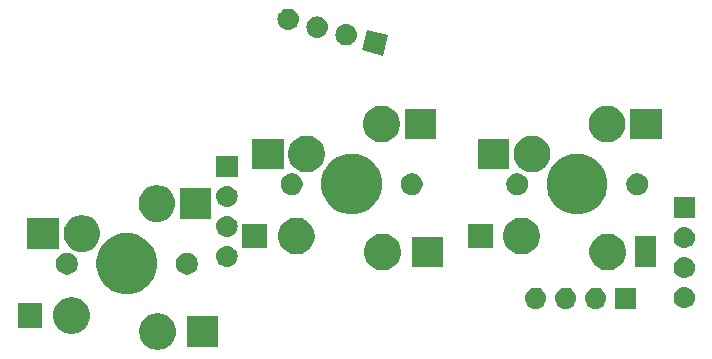
<source format=gbr>
G04 #@! TF.GenerationSoftware,KiCad,Pcbnew,(5.1.4)-1*
G04 #@! TF.CreationDate,2023-09-09T05:29:41-04:00*
G04 #@! TF.ProjectId,ThumbsUp,5468756d-6273-4557-902e-6b696361645f,rev?*
G04 #@! TF.SameCoordinates,Original*
G04 #@! TF.FileFunction,Soldermask,Bot*
G04 #@! TF.FilePolarity,Negative*
%FSLAX46Y46*%
G04 Gerber Fmt 4.6, Leading zero omitted, Abs format (unit mm)*
G04 Created by KiCad (PCBNEW (5.1.4)-1) date 2023-09-09 05:29:41*
%MOMM*%
%LPD*%
G04 APERTURE LIST*
%ADD10C,0.100000*%
G04 APERTURE END LIST*
D10*
G36*
X-74447415Y-467338802D02*
G01*
X-74297590Y-467368604D01*
X-74015326Y-467485521D01*
X-73761295Y-467655259D01*
X-73545259Y-467871295D01*
X-73375521Y-468125326D01*
X-73326087Y-468244672D01*
X-73258604Y-468407591D01*
X-73199000Y-468707239D01*
X-73199000Y-469012761D01*
X-73228802Y-469162585D01*
X-73258604Y-469312410D01*
X-73375521Y-469594674D01*
X-73545259Y-469848705D01*
X-73761295Y-470064741D01*
X-74015326Y-470234479D01*
X-74297590Y-470351396D01*
X-74447415Y-470381198D01*
X-74597239Y-470411000D01*
X-74902761Y-470411000D01*
X-75052585Y-470381198D01*
X-75202410Y-470351396D01*
X-75484674Y-470234479D01*
X-75738705Y-470064741D01*
X-75954741Y-469848705D01*
X-76124479Y-469594674D01*
X-76241396Y-469312410D01*
X-76271198Y-469162585D01*
X-76301000Y-469012761D01*
X-76301000Y-468707239D01*
X-76241396Y-468407591D01*
X-76173913Y-468244672D01*
X-76124479Y-468125326D01*
X-75954741Y-467871295D01*
X-75738705Y-467655259D01*
X-75484674Y-467485521D01*
X-75202410Y-467368604D01*
X-75052585Y-467338802D01*
X-74902761Y-467309000D01*
X-74597239Y-467309000D01*
X-74447415Y-467338802D01*
X-74447415Y-467338802D01*
G37*
G36*
X-69624000Y-470161000D02*
G01*
X-72276000Y-470161000D01*
X-72276000Y-467559000D01*
X-69624000Y-467559000D01*
X-69624000Y-470161000D01*
X-69624000Y-470161000D01*
G37*
G36*
X-81773703Y-465983573D02*
G01*
X-81597590Y-466018604D01*
X-81315326Y-466135521D01*
X-81061295Y-466305259D01*
X-80845259Y-466521295D01*
X-80675521Y-466775326D01*
X-80558604Y-467057590D01*
X-80558604Y-467057591D01*
X-80508595Y-467309000D01*
X-80499000Y-467357240D01*
X-80499000Y-467662760D01*
X-80558604Y-467962410D01*
X-80675521Y-468244674D01*
X-80845259Y-468498705D01*
X-81061295Y-468714741D01*
X-81315326Y-468884479D01*
X-81597590Y-469001396D01*
X-81654721Y-469012760D01*
X-81897239Y-469061000D01*
X-82202761Y-469061000D01*
X-82445279Y-469012760D01*
X-82502410Y-469001396D01*
X-82784674Y-468884479D01*
X-83038705Y-468714741D01*
X-83254741Y-468498705D01*
X-83424479Y-468244674D01*
X-83541396Y-467962410D01*
X-83601000Y-467662760D01*
X-83601000Y-467357240D01*
X-83591404Y-467309000D01*
X-83541396Y-467057591D01*
X-83541396Y-467057590D01*
X-83424479Y-466775326D01*
X-83254741Y-466521295D01*
X-83038705Y-466305259D01*
X-82784674Y-466135521D01*
X-82502410Y-466018604D01*
X-82326297Y-465983573D01*
X-82202761Y-465959000D01*
X-81897239Y-465959000D01*
X-81773703Y-465983573D01*
X-81773703Y-465983573D01*
G37*
G36*
X-84499000Y-468561000D02*
G01*
X-86601000Y-468561000D01*
X-86601000Y-466459000D01*
X-84499000Y-466459000D01*
X-84499000Y-468561000D01*
X-84499000Y-468561000D01*
G37*
G36*
X-34222868Y-466952045D02*
G01*
X-36024868Y-466952045D01*
X-36024868Y-465150045D01*
X-34222868Y-465150045D01*
X-34222868Y-466952045D01*
X-34222868Y-466952045D01*
G37*
G36*
X-37553426Y-465156563D02*
G01*
X-37487241Y-465163082D01*
X-37317402Y-465214602D01*
X-37160877Y-465298267D01*
X-37125139Y-465327597D01*
X-37023682Y-465410859D01*
X-36940420Y-465512316D01*
X-36911090Y-465548054D01*
X-36827425Y-465704579D01*
X-36775905Y-465874418D01*
X-36758509Y-466051045D01*
X-36775905Y-466227672D01*
X-36827425Y-466397511D01*
X-36911090Y-466554036D01*
X-36940420Y-466589774D01*
X-37023682Y-466691231D01*
X-37125139Y-466774493D01*
X-37160877Y-466803823D01*
X-37317402Y-466887488D01*
X-37487241Y-466939008D01*
X-37553426Y-466945527D01*
X-37619608Y-466952045D01*
X-37708128Y-466952045D01*
X-37774310Y-466945527D01*
X-37840495Y-466939008D01*
X-38010334Y-466887488D01*
X-38166859Y-466803823D01*
X-38202597Y-466774493D01*
X-38304054Y-466691231D01*
X-38387316Y-466589774D01*
X-38416646Y-466554036D01*
X-38500311Y-466397511D01*
X-38551831Y-466227672D01*
X-38569227Y-466051045D01*
X-38551831Y-465874418D01*
X-38500311Y-465704579D01*
X-38416646Y-465548054D01*
X-38387316Y-465512316D01*
X-38304054Y-465410859D01*
X-38202597Y-465327597D01*
X-38166859Y-465298267D01*
X-38010334Y-465214602D01*
X-37840495Y-465163082D01*
X-37774310Y-465156563D01*
X-37708128Y-465150045D01*
X-37619608Y-465150045D01*
X-37553426Y-465156563D01*
X-37553426Y-465156563D01*
G37*
G36*
X-40093426Y-465156563D02*
G01*
X-40027241Y-465163082D01*
X-39857402Y-465214602D01*
X-39700877Y-465298267D01*
X-39665139Y-465327597D01*
X-39563682Y-465410859D01*
X-39480420Y-465512316D01*
X-39451090Y-465548054D01*
X-39367425Y-465704579D01*
X-39315905Y-465874418D01*
X-39298509Y-466051045D01*
X-39315905Y-466227672D01*
X-39367425Y-466397511D01*
X-39451090Y-466554036D01*
X-39480420Y-466589774D01*
X-39563682Y-466691231D01*
X-39665139Y-466774493D01*
X-39700877Y-466803823D01*
X-39857402Y-466887488D01*
X-40027241Y-466939008D01*
X-40093426Y-466945527D01*
X-40159608Y-466952045D01*
X-40248128Y-466952045D01*
X-40314310Y-466945527D01*
X-40380495Y-466939008D01*
X-40550334Y-466887488D01*
X-40706859Y-466803823D01*
X-40742597Y-466774493D01*
X-40844054Y-466691231D01*
X-40927316Y-466589774D01*
X-40956646Y-466554036D01*
X-41040311Y-466397511D01*
X-41091831Y-466227672D01*
X-41109227Y-466051045D01*
X-41091831Y-465874418D01*
X-41040311Y-465704579D01*
X-40956646Y-465548054D01*
X-40927316Y-465512316D01*
X-40844054Y-465410859D01*
X-40742597Y-465327597D01*
X-40706859Y-465298267D01*
X-40550334Y-465214602D01*
X-40380495Y-465163082D01*
X-40314310Y-465156563D01*
X-40248128Y-465150045D01*
X-40159608Y-465150045D01*
X-40093426Y-465156563D01*
X-40093426Y-465156563D01*
G37*
G36*
X-42633426Y-465156563D02*
G01*
X-42567241Y-465163082D01*
X-42397402Y-465214602D01*
X-42240877Y-465298267D01*
X-42205139Y-465327597D01*
X-42103682Y-465410859D01*
X-42020420Y-465512316D01*
X-41991090Y-465548054D01*
X-41907425Y-465704579D01*
X-41855905Y-465874418D01*
X-41838509Y-466051045D01*
X-41855905Y-466227672D01*
X-41907425Y-466397511D01*
X-41991090Y-466554036D01*
X-42020420Y-466589774D01*
X-42103682Y-466691231D01*
X-42205139Y-466774493D01*
X-42240877Y-466803823D01*
X-42397402Y-466887488D01*
X-42567241Y-466939008D01*
X-42633426Y-466945527D01*
X-42699608Y-466952045D01*
X-42788128Y-466952045D01*
X-42854310Y-466945527D01*
X-42920495Y-466939008D01*
X-43090334Y-466887488D01*
X-43246859Y-466803823D01*
X-43282597Y-466774493D01*
X-43384054Y-466691231D01*
X-43467316Y-466589774D01*
X-43496646Y-466554036D01*
X-43580311Y-466397511D01*
X-43631831Y-466227672D01*
X-43649227Y-466051045D01*
X-43631831Y-465874418D01*
X-43580311Y-465704579D01*
X-43496646Y-465548054D01*
X-43467316Y-465512316D01*
X-43384054Y-465410859D01*
X-43282597Y-465327597D01*
X-43246859Y-465298267D01*
X-43090334Y-465214602D01*
X-42920495Y-465163082D01*
X-42854310Y-465156563D01*
X-42788128Y-465150045D01*
X-42699608Y-465150045D01*
X-42633426Y-465156563D01*
X-42633426Y-465156563D01*
G37*
G36*
X-30042571Y-465089091D02*
G01*
X-29976386Y-465095610D01*
X-29806547Y-465147130D01*
X-29650022Y-465230795D01*
X-29614284Y-465260125D01*
X-29512827Y-465343387D01*
X-29429565Y-465444844D01*
X-29400235Y-465480582D01*
X-29316570Y-465637107D01*
X-29265050Y-465806946D01*
X-29247654Y-465983573D01*
X-29265050Y-466160200D01*
X-29316570Y-466330039D01*
X-29400235Y-466486564D01*
X-29428738Y-466521295D01*
X-29512827Y-466623759D01*
X-29614284Y-466707021D01*
X-29650022Y-466736351D01*
X-29806547Y-466820016D01*
X-29976386Y-466871536D01*
X-30042570Y-466878054D01*
X-30108753Y-466884573D01*
X-30197273Y-466884573D01*
X-30263456Y-466878054D01*
X-30329640Y-466871536D01*
X-30499479Y-466820016D01*
X-30656004Y-466736351D01*
X-30691742Y-466707021D01*
X-30793199Y-466623759D01*
X-30877288Y-466521295D01*
X-30905791Y-466486564D01*
X-30989456Y-466330039D01*
X-31040976Y-466160200D01*
X-31058372Y-465983573D01*
X-31040976Y-465806946D01*
X-30989456Y-465637107D01*
X-30905791Y-465480582D01*
X-30876461Y-465444844D01*
X-30793199Y-465343387D01*
X-30691742Y-465260125D01*
X-30656004Y-465230795D01*
X-30499479Y-465147130D01*
X-30329640Y-465095610D01*
X-30263455Y-465089091D01*
X-30197273Y-465082573D01*
X-30108753Y-465082573D01*
X-30042571Y-465089091D01*
X-30042571Y-465089091D01*
G37*
G36*
X-76980129Y-460557105D02*
G01*
X-76598609Y-460632994D01*
X-76408162Y-460711880D01*
X-76129808Y-460827178D01*
X-75707896Y-461109090D01*
X-75349090Y-461467896D01*
X-75067178Y-461889808D01*
X-75023146Y-461996111D01*
X-74887960Y-462322477D01*
X-74872994Y-462358610D01*
X-74776131Y-462845570D01*
X-74774000Y-462856286D01*
X-74774000Y-463363714D01*
X-74872994Y-463861391D01*
X-74930580Y-464000415D01*
X-75067178Y-464330192D01*
X-75349090Y-464752104D01*
X-75707896Y-465110910D01*
X-76129808Y-465392822D01*
X-76404425Y-465506572D01*
X-76598609Y-465587006D01*
X-77096285Y-465686000D01*
X-77603715Y-465686000D01*
X-78101391Y-465587006D01*
X-78295575Y-465506572D01*
X-78570192Y-465392822D01*
X-78992104Y-465110910D01*
X-79350910Y-464752104D01*
X-79632822Y-464330192D01*
X-79769420Y-464000415D01*
X-79827006Y-463861391D01*
X-79926000Y-463363714D01*
X-79926000Y-462856286D01*
X-79923868Y-462845570D01*
X-79827006Y-462358610D01*
X-79812039Y-462322477D01*
X-79676854Y-461996111D01*
X-79632822Y-461889808D01*
X-79350910Y-461467896D01*
X-78992104Y-461109090D01*
X-78570192Y-460827178D01*
X-78291838Y-460711880D01*
X-78101391Y-460632994D01*
X-77719871Y-460557105D01*
X-77603715Y-460534000D01*
X-77096285Y-460534000D01*
X-76980129Y-460557105D01*
X-76980129Y-460557105D01*
G37*
G36*
X-30042571Y-462549091D02*
G01*
X-29976386Y-462555610D01*
X-29806547Y-462607130D01*
X-29650022Y-462690795D01*
X-29614284Y-462720125D01*
X-29512827Y-462803387D01*
X-29429565Y-462904844D01*
X-29400235Y-462940582D01*
X-29316570Y-463097107D01*
X-29265050Y-463266946D01*
X-29247654Y-463443573D01*
X-29265050Y-463620200D01*
X-29316570Y-463790039D01*
X-29400235Y-463946564D01*
X-29429565Y-463982302D01*
X-29512827Y-464083759D01*
X-29614284Y-464167021D01*
X-29650022Y-464196351D01*
X-29806547Y-464280016D01*
X-29976386Y-464331536D01*
X-30042570Y-464338054D01*
X-30108753Y-464344573D01*
X-30197273Y-464344573D01*
X-30263456Y-464338054D01*
X-30329640Y-464331536D01*
X-30499479Y-464280016D01*
X-30656004Y-464196351D01*
X-30691742Y-464167021D01*
X-30793199Y-464083759D01*
X-30876461Y-463982302D01*
X-30905791Y-463946564D01*
X-30989456Y-463790039D01*
X-31040976Y-463620200D01*
X-31058372Y-463443573D01*
X-31040976Y-463266946D01*
X-30989456Y-463097107D01*
X-30905791Y-462940582D01*
X-30876461Y-462904844D01*
X-30793199Y-462803387D01*
X-30691742Y-462720125D01*
X-30656004Y-462690795D01*
X-30499479Y-462607130D01*
X-30329640Y-462555610D01*
X-30263455Y-462549091D01*
X-30197273Y-462542573D01*
X-30108753Y-462542573D01*
X-30042571Y-462549091D01*
X-30042571Y-462549091D01*
G37*
G36*
X-71999896Y-462219585D02*
G01*
X-71831374Y-462289389D01*
X-71679709Y-462390728D01*
X-71550728Y-462519709D01*
X-71449389Y-462671374D01*
X-71379585Y-462839896D01*
X-71344000Y-463018797D01*
X-71344000Y-463201203D01*
X-71379585Y-463380104D01*
X-71449389Y-463548626D01*
X-71550728Y-463700291D01*
X-71679709Y-463829272D01*
X-71831374Y-463930611D01*
X-71999896Y-464000415D01*
X-72178797Y-464036000D01*
X-72361203Y-464036000D01*
X-72540104Y-464000415D01*
X-72708626Y-463930611D01*
X-72860291Y-463829272D01*
X-72989272Y-463700291D01*
X-73090611Y-463548626D01*
X-73160415Y-463380104D01*
X-73196000Y-463201203D01*
X-73196000Y-463018797D01*
X-73160415Y-462839896D01*
X-73090611Y-462671374D01*
X-72989272Y-462519709D01*
X-72860291Y-462390728D01*
X-72708626Y-462289389D01*
X-72540104Y-462219585D01*
X-72361203Y-462184000D01*
X-72178797Y-462184000D01*
X-71999896Y-462219585D01*
X-71999896Y-462219585D01*
G37*
G36*
X-82159896Y-462219585D02*
G01*
X-81991374Y-462289389D01*
X-81839709Y-462390728D01*
X-81710728Y-462519709D01*
X-81609389Y-462671374D01*
X-81539585Y-462839896D01*
X-81504000Y-463018797D01*
X-81504000Y-463201203D01*
X-81539585Y-463380104D01*
X-81609389Y-463548626D01*
X-81710728Y-463700291D01*
X-81839709Y-463829272D01*
X-81991374Y-463930611D01*
X-82159896Y-464000415D01*
X-82338797Y-464036000D01*
X-82521203Y-464036000D01*
X-82700104Y-464000415D01*
X-82868626Y-463930611D01*
X-83020291Y-463829272D01*
X-83149272Y-463700291D01*
X-83250611Y-463548626D01*
X-83320415Y-463380104D01*
X-83356000Y-463201203D01*
X-83356000Y-463018797D01*
X-83320415Y-462839896D01*
X-83250611Y-462671374D01*
X-83149272Y-462519709D01*
X-83020291Y-462390728D01*
X-82868626Y-462289389D01*
X-82700104Y-462219585D01*
X-82521203Y-462184000D01*
X-82338797Y-462184000D01*
X-82159896Y-462219585D01*
X-82159896Y-462219585D01*
G37*
G36*
X-36335074Y-460599287D02*
G01*
X-36178045Y-460630522D01*
X-35895781Y-460747439D01*
X-35641750Y-460917177D01*
X-35425714Y-461133213D01*
X-35255976Y-461387244D01*
X-35141896Y-461662659D01*
X-35139059Y-461669509D01*
X-35079455Y-461969157D01*
X-35079455Y-462274679D01*
X-35096150Y-462358609D01*
X-35139059Y-462574328D01*
X-35255976Y-462856592D01*
X-35425714Y-463110623D01*
X-35641750Y-463326659D01*
X-35895781Y-463496397D01*
X-36178045Y-463613314D01*
X-36327870Y-463643116D01*
X-36477694Y-463672918D01*
X-36783216Y-463672918D01*
X-36933040Y-463643116D01*
X-37082865Y-463613314D01*
X-37365129Y-463496397D01*
X-37619160Y-463326659D01*
X-37835196Y-463110623D01*
X-38004934Y-462856592D01*
X-38121851Y-462574328D01*
X-38164760Y-462358609D01*
X-38181455Y-462274679D01*
X-38181455Y-461969157D01*
X-38121851Y-461669509D01*
X-38119014Y-461662659D01*
X-38004934Y-461387244D01*
X-37835196Y-461133213D01*
X-37619160Y-460917177D01*
X-37365129Y-460747439D01*
X-37082865Y-460630522D01*
X-36925836Y-460599287D01*
X-36783216Y-460570918D01*
X-36477694Y-460570918D01*
X-36335074Y-460599287D01*
X-36335074Y-460599287D01*
G37*
G36*
X-55414619Y-460599287D02*
G01*
X-55257590Y-460630522D01*
X-54975326Y-460747439D01*
X-54721295Y-460917177D01*
X-54505259Y-461133213D01*
X-54335521Y-461387244D01*
X-54221441Y-461662659D01*
X-54218604Y-461669509D01*
X-54159000Y-461969157D01*
X-54159000Y-462274679D01*
X-54175695Y-462358609D01*
X-54218604Y-462574328D01*
X-54335521Y-462856592D01*
X-54505259Y-463110623D01*
X-54721295Y-463326659D01*
X-54975326Y-463496397D01*
X-55257590Y-463613314D01*
X-55407415Y-463643116D01*
X-55557239Y-463672918D01*
X-55862761Y-463672918D01*
X-56012585Y-463643116D01*
X-56162410Y-463613314D01*
X-56444674Y-463496397D01*
X-56698705Y-463326659D01*
X-56914741Y-463110623D01*
X-57084479Y-462856592D01*
X-57201396Y-462574328D01*
X-57244305Y-462358609D01*
X-57261000Y-462274679D01*
X-57261000Y-461969157D01*
X-57201396Y-461669509D01*
X-57198559Y-461662659D01*
X-57084479Y-461387244D01*
X-56914741Y-461133213D01*
X-56698705Y-460917177D01*
X-56444674Y-460747439D01*
X-56162410Y-460630522D01*
X-56005381Y-460599287D01*
X-55862761Y-460570918D01*
X-55557239Y-460570918D01*
X-55414619Y-460599287D01*
X-55414619Y-460599287D01*
G37*
G36*
X-50584000Y-463422918D02*
G01*
X-53236000Y-463422918D01*
X-53236000Y-460820918D01*
X-50584000Y-460820918D01*
X-50584000Y-463422918D01*
X-50584000Y-463422918D01*
G37*
G36*
X-68765069Y-461604620D02*
G01*
X-68698884Y-461611139D01*
X-68529045Y-461662659D01*
X-68529043Y-461662660D01*
X-68516230Y-461669509D01*
X-68372520Y-461746324D01*
X-68355098Y-461760622D01*
X-68235325Y-461858916D01*
X-68152063Y-461960373D01*
X-68122733Y-461996111D01*
X-68039068Y-462152636D01*
X-67987548Y-462322475D01*
X-67970152Y-462499102D01*
X-67987548Y-462675729D01*
X-68039068Y-462845568D01*
X-68122733Y-463002093D01*
X-68136442Y-463018797D01*
X-68235325Y-463139288D01*
X-68310770Y-463201203D01*
X-68372520Y-463251880D01*
X-68372522Y-463251881D01*
X-68512420Y-463326659D01*
X-68529045Y-463335545D01*
X-68698884Y-463387065D01*
X-68765068Y-463393583D01*
X-68831251Y-463400102D01*
X-68919771Y-463400102D01*
X-68985954Y-463393583D01*
X-69052138Y-463387065D01*
X-69221977Y-463335545D01*
X-69238601Y-463326659D01*
X-69378500Y-463251881D01*
X-69378502Y-463251880D01*
X-69440252Y-463201203D01*
X-69515697Y-463139288D01*
X-69614580Y-463018797D01*
X-69628289Y-463002093D01*
X-69711954Y-462845568D01*
X-69763474Y-462675729D01*
X-69780870Y-462499102D01*
X-69763474Y-462322475D01*
X-69711954Y-462152636D01*
X-69628289Y-461996111D01*
X-69598959Y-461960373D01*
X-69515697Y-461858916D01*
X-69395924Y-461760622D01*
X-69378502Y-461746324D01*
X-69234792Y-461669509D01*
X-69221979Y-461662660D01*
X-69221977Y-461662659D01*
X-69052138Y-461611139D01*
X-68985953Y-461604620D01*
X-68919771Y-461598102D01*
X-68831251Y-461598102D01*
X-68765069Y-461604620D01*
X-68765069Y-461604620D01*
G37*
G36*
X-32509455Y-463382918D02*
G01*
X-34311455Y-463382918D01*
X-34311455Y-460780918D01*
X-32509455Y-460780918D01*
X-32509455Y-463382918D01*
X-32509455Y-463382918D01*
G37*
G36*
X-43627870Y-459250720D02*
G01*
X-43478045Y-459280522D01*
X-43195781Y-459397439D01*
X-42941750Y-459567177D01*
X-42725714Y-459783213D01*
X-42555976Y-460037244D01*
X-42439059Y-460319508D01*
X-42439059Y-460319509D01*
X-42383407Y-460599287D01*
X-42379455Y-460619158D01*
X-42379455Y-460924678D01*
X-42439059Y-461224328D01*
X-42555976Y-461506592D01*
X-42725714Y-461760623D01*
X-42941750Y-461976659D01*
X-43195781Y-462146397D01*
X-43478045Y-462263314D01*
X-43535176Y-462274678D01*
X-43777694Y-462322918D01*
X-44083216Y-462322918D01*
X-44325734Y-462274678D01*
X-44382865Y-462263314D01*
X-44665129Y-462146397D01*
X-44919160Y-461976659D01*
X-45135196Y-461760623D01*
X-45304934Y-461506592D01*
X-45421851Y-461224328D01*
X-45481455Y-460924678D01*
X-45481455Y-460619158D01*
X-45477502Y-460599287D01*
X-45421851Y-460319509D01*
X-45421851Y-460319508D01*
X-45304934Y-460037244D01*
X-45135196Y-459783213D01*
X-44919160Y-459567177D01*
X-44665129Y-459397439D01*
X-44382865Y-459280522D01*
X-44233040Y-459250720D01*
X-44083216Y-459220918D01*
X-43777694Y-459220918D01*
X-43627870Y-459250720D01*
X-43627870Y-459250720D01*
G37*
G36*
X-62707415Y-459250720D02*
G01*
X-62557590Y-459280522D01*
X-62275326Y-459397439D01*
X-62021295Y-459567177D01*
X-61805259Y-459783213D01*
X-61635521Y-460037244D01*
X-61518604Y-460319508D01*
X-61518604Y-460319509D01*
X-61462952Y-460599287D01*
X-61459000Y-460619158D01*
X-61459000Y-460924678D01*
X-61518604Y-461224328D01*
X-61635521Y-461506592D01*
X-61805259Y-461760623D01*
X-62021295Y-461976659D01*
X-62275326Y-462146397D01*
X-62557590Y-462263314D01*
X-62614721Y-462274678D01*
X-62857239Y-462322918D01*
X-63162761Y-462322918D01*
X-63405279Y-462274678D01*
X-63462410Y-462263314D01*
X-63744674Y-462146397D01*
X-63998705Y-461976659D01*
X-64214741Y-461760623D01*
X-64384479Y-461506592D01*
X-64501396Y-461224328D01*
X-64561000Y-460924678D01*
X-64561000Y-460619158D01*
X-64557047Y-460599287D01*
X-64501396Y-460319509D01*
X-64501396Y-460319508D01*
X-64384479Y-460037244D01*
X-64214741Y-459783213D01*
X-63998705Y-459567177D01*
X-63744674Y-459397439D01*
X-63462410Y-459280522D01*
X-63312585Y-459250720D01*
X-63162761Y-459220918D01*
X-62857239Y-459220918D01*
X-62707415Y-459250720D01*
X-62707415Y-459250720D01*
G37*
G36*
X-80857415Y-459048802D02*
G01*
X-80707590Y-459078604D01*
X-80425326Y-459195521D01*
X-80171295Y-459365259D01*
X-79955259Y-459581295D01*
X-79785521Y-459835326D01*
X-79668604Y-460117590D01*
X-79664996Y-460135729D01*
X-79609000Y-460417239D01*
X-79609000Y-460722761D01*
X-79609833Y-460726948D01*
X-79668604Y-461022410D01*
X-79785521Y-461304674D01*
X-79955259Y-461558705D01*
X-80171295Y-461774741D01*
X-80425326Y-461944479D01*
X-80707590Y-462061396D01*
X-80857415Y-462091198D01*
X-81007239Y-462121000D01*
X-81312761Y-462121000D01*
X-81462585Y-462091198D01*
X-81612410Y-462061396D01*
X-81894674Y-461944479D01*
X-82148705Y-461774741D01*
X-82364741Y-461558705D01*
X-82534479Y-461304674D01*
X-82651396Y-461022410D01*
X-82710167Y-460726948D01*
X-82711000Y-460722761D01*
X-82711000Y-460417239D01*
X-82655004Y-460135729D01*
X-82651396Y-460117590D01*
X-82534479Y-459835326D01*
X-82364741Y-459581295D01*
X-82148705Y-459365259D01*
X-81894674Y-459195521D01*
X-81612410Y-459078604D01*
X-81462585Y-459048802D01*
X-81312761Y-459019000D01*
X-81007239Y-459019000D01*
X-80857415Y-459048802D01*
X-80857415Y-459048802D01*
G37*
G36*
X-83109000Y-461871000D02*
G01*
X-85761000Y-461871000D01*
X-85761000Y-459269000D01*
X-83109000Y-459269000D01*
X-83109000Y-461871000D01*
X-83109000Y-461871000D01*
G37*
G36*
X-46379455Y-461822918D02*
G01*
X-48481455Y-461822918D01*
X-48481455Y-459720918D01*
X-46379455Y-459720918D01*
X-46379455Y-461822918D01*
X-46379455Y-461822918D01*
G37*
G36*
X-65459000Y-461822918D02*
G01*
X-67561000Y-461822918D01*
X-67561000Y-459720918D01*
X-65459000Y-459720918D01*
X-65459000Y-461822918D01*
X-65459000Y-461822918D01*
G37*
G36*
X-30042570Y-460009092D02*
G01*
X-29976386Y-460015610D01*
X-29806547Y-460067130D01*
X-29650022Y-460150795D01*
X-29614284Y-460180125D01*
X-29512827Y-460263387D01*
X-29466770Y-460319509D01*
X-29400235Y-460400582D01*
X-29316570Y-460557107D01*
X-29265050Y-460726946D01*
X-29247654Y-460903573D01*
X-29265050Y-461080200D01*
X-29316570Y-461250039D01*
X-29400235Y-461406564D01*
X-29429565Y-461442302D01*
X-29512827Y-461543759D01*
X-29594931Y-461611139D01*
X-29650022Y-461656351D01*
X-29806547Y-461740016D01*
X-29976386Y-461791536D01*
X-30042570Y-461798054D01*
X-30108753Y-461804573D01*
X-30197273Y-461804573D01*
X-30263456Y-461798054D01*
X-30329640Y-461791536D01*
X-30499479Y-461740016D01*
X-30656004Y-461656351D01*
X-30711095Y-461611139D01*
X-30793199Y-461543759D01*
X-30876461Y-461442302D01*
X-30905791Y-461406564D01*
X-30989456Y-461250039D01*
X-31040976Y-461080200D01*
X-31058372Y-460903573D01*
X-31040976Y-460726946D01*
X-30989456Y-460557107D01*
X-30905791Y-460400582D01*
X-30839256Y-460319509D01*
X-30793199Y-460263387D01*
X-30691742Y-460180125D01*
X-30656004Y-460150795D01*
X-30499479Y-460067130D01*
X-30329640Y-460015610D01*
X-30263456Y-460009092D01*
X-30197273Y-460002573D01*
X-30108753Y-460002573D01*
X-30042570Y-460009092D01*
X-30042570Y-460009092D01*
G37*
G36*
X-68765068Y-459064621D02*
G01*
X-68698884Y-459071139D01*
X-68529045Y-459122659D01*
X-68372520Y-459206324D01*
X-68337895Y-459234740D01*
X-68235325Y-459318916D01*
X-68152063Y-459420373D01*
X-68122733Y-459456111D01*
X-68122732Y-459456113D01*
X-68063366Y-459567177D01*
X-68039068Y-459612636D01*
X-67987548Y-459782475D01*
X-67970152Y-459959102D01*
X-67987548Y-460135729D01*
X-68039068Y-460305568D01*
X-68122733Y-460462093D01*
X-68152063Y-460497831D01*
X-68235325Y-460599288D01*
X-68336782Y-460682550D01*
X-68372520Y-460711880D01*
X-68529045Y-460795545D01*
X-68698884Y-460847065D01*
X-68765069Y-460853584D01*
X-68831251Y-460860102D01*
X-68919771Y-460860102D01*
X-68985953Y-460853584D01*
X-69052138Y-460847065D01*
X-69221977Y-460795545D01*
X-69378502Y-460711880D01*
X-69414240Y-460682550D01*
X-69515697Y-460599288D01*
X-69598959Y-460497831D01*
X-69628289Y-460462093D01*
X-69711954Y-460305568D01*
X-69763474Y-460135729D01*
X-69780870Y-459959102D01*
X-69763474Y-459782475D01*
X-69711954Y-459612636D01*
X-69687655Y-459567177D01*
X-69628290Y-459456113D01*
X-69628289Y-459456111D01*
X-69598959Y-459420373D01*
X-69515697Y-459318916D01*
X-69413127Y-459234740D01*
X-69378502Y-459206324D01*
X-69221977Y-459122659D01*
X-69052138Y-459071139D01*
X-68985954Y-459064621D01*
X-68919771Y-459058102D01*
X-68831251Y-459058102D01*
X-68765068Y-459064621D01*
X-68765068Y-459064621D01*
G37*
G36*
X-74507415Y-456508802D02*
G01*
X-74357590Y-456538604D01*
X-74075326Y-456655521D01*
X-73821295Y-456825259D01*
X-73605259Y-457041295D01*
X-73435521Y-457295326D01*
X-73318604Y-457577590D01*
X-73314996Y-457595729D01*
X-73281212Y-457765570D01*
X-73259000Y-457877240D01*
X-73259000Y-458182760D01*
X-73318604Y-458482410D01*
X-73435521Y-458764674D01*
X-73605259Y-459018705D01*
X-73821295Y-459234741D01*
X-74075326Y-459404479D01*
X-74357590Y-459521396D01*
X-74507415Y-459551198D01*
X-74657239Y-459581000D01*
X-74962761Y-459581000D01*
X-75112585Y-459551198D01*
X-75262410Y-459521396D01*
X-75544674Y-459404479D01*
X-75798705Y-459234741D01*
X-76014741Y-459018705D01*
X-76184479Y-458764674D01*
X-76301396Y-458482410D01*
X-76361000Y-458182760D01*
X-76361000Y-457877240D01*
X-76338787Y-457765570D01*
X-76305004Y-457595729D01*
X-76301396Y-457577590D01*
X-76184479Y-457295326D01*
X-76014741Y-457041295D01*
X-75798705Y-456825259D01*
X-75544674Y-456655521D01*
X-75262410Y-456538604D01*
X-75112585Y-456508802D01*
X-74962761Y-456479000D01*
X-74657239Y-456479000D01*
X-74507415Y-456508802D01*
X-74507415Y-456508802D01*
G37*
G36*
X-70182000Y-459331000D02*
G01*
X-72834000Y-459331000D01*
X-72834000Y-456729000D01*
X-70182000Y-456729000D01*
X-70182000Y-459331000D01*
X-70182000Y-459331000D01*
G37*
G36*
X-29252013Y-459264573D02*
G01*
X-31054013Y-459264573D01*
X-31054013Y-457462573D01*
X-29252013Y-457462573D01*
X-29252013Y-459264573D01*
X-29252013Y-459264573D01*
G37*
G36*
X-57807448Y-453845415D02*
G01*
X-57558609Y-453894912D01*
X-57364425Y-453975346D01*
X-57089808Y-454089096D01*
X-56667896Y-454371008D01*
X-56309090Y-454729814D01*
X-56027178Y-455151726D01*
X-56004533Y-455206397D01*
X-55832994Y-455620527D01*
X-55734000Y-456118204D01*
X-55734000Y-456625632D01*
X-55832994Y-457123309D01*
X-55890580Y-457262333D01*
X-56027178Y-457592110D01*
X-56309090Y-458014022D01*
X-56667896Y-458372828D01*
X-57089808Y-458654740D01*
X-57355208Y-458764672D01*
X-57558609Y-458848924D01*
X-58056285Y-458947918D01*
X-58563715Y-458947918D01*
X-59061391Y-458848924D01*
X-59264792Y-458764672D01*
X-59530192Y-458654740D01*
X-59952104Y-458372828D01*
X-60310910Y-458014022D01*
X-60592822Y-457592110D01*
X-60729420Y-457262333D01*
X-60787006Y-457123309D01*
X-60886000Y-456625632D01*
X-60886000Y-456118204D01*
X-60787006Y-455620527D01*
X-60615467Y-455206397D01*
X-60592822Y-455151726D01*
X-60310910Y-454729814D01*
X-59952104Y-454371008D01*
X-59530192Y-454089096D01*
X-59255575Y-453975346D01*
X-59061391Y-453894912D01*
X-58812552Y-453845415D01*
X-58563715Y-453795918D01*
X-58056285Y-453795918D01*
X-57807448Y-453845415D01*
X-57807448Y-453845415D01*
G37*
G36*
X-38727903Y-453845415D02*
G01*
X-38479064Y-453894912D01*
X-38284880Y-453975346D01*
X-38010263Y-454089096D01*
X-37588351Y-454371008D01*
X-37229545Y-454729814D01*
X-36947633Y-455151726D01*
X-36924988Y-455206397D01*
X-36753449Y-455620527D01*
X-36654455Y-456118204D01*
X-36654455Y-456625632D01*
X-36753449Y-457123309D01*
X-36811035Y-457262333D01*
X-36947633Y-457592110D01*
X-37229545Y-458014022D01*
X-37588351Y-458372828D01*
X-38010263Y-458654740D01*
X-38275663Y-458764672D01*
X-38479064Y-458848924D01*
X-38976740Y-458947918D01*
X-39484170Y-458947918D01*
X-39981846Y-458848924D01*
X-40185247Y-458764672D01*
X-40450647Y-458654740D01*
X-40872559Y-458372828D01*
X-41231365Y-458014022D01*
X-41513277Y-457592110D01*
X-41649875Y-457262333D01*
X-41707461Y-457123309D01*
X-41806455Y-456625632D01*
X-41806455Y-456118204D01*
X-41707461Y-455620527D01*
X-41535922Y-455206397D01*
X-41513277Y-455151726D01*
X-41231365Y-454729814D01*
X-40872559Y-454371008D01*
X-40450647Y-454089096D01*
X-40176030Y-453975346D01*
X-39981846Y-453894912D01*
X-39733007Y-453845415D01*
X-39484170Y-453795918D01*
X-38976740Y-453795918D01*
X-38727903Y-453845415D01*
X-38727903Y-453845415D01*
G37*
G36*
X-68765069Y-456524620D02*
G01*
X-68698884Y-456531139D01*
X-68529045Y-456582659D01*
X-68372520Y-456666324D01*
X-68336782Y-456695654D01*
X-68235325Y-456778916D01*
X-68152063Y-456880373D01*
X-68122733Y-456916111D01*
X-68039068Y-457072636D01*
X-67987548Y-457242475D01*
X-67970152Y-457419102D01*
X-67987548Y-457595729D01*
X-68039068Y-457765568D01*
X-68122733Y-457922093D01*
X-68152063Y-457957831D01*
X-68235325Y-458059288D01*
X-68336782Y-458142550D01*
X-68372520Y-458171880D01*
X-68529045Y-458255545D01*
X-68698884Y-458307065D01*
X-68765069Y-458313584D01*
X-68831251Y-458320102D01*
X-68919771Y-458320102D01*
X-68985953Y-458313584D01*
X-69052138Y-458307065D01*
X-69221977Y-458255545D01*
X-69378502Y-458171880D01*
X-69414240Y-458142550D01*
X-69515697Y-458059288D01*
X-69598959Y-457957831D01*
X-69628289Y-457922093D01*
X-69711954Y-457765568D01*
X-69763474Y-457595729D01*
X-69780870Y-457419102D01*
X-69763474Y-457242475D01*
X-69711954Y-457072636D01*
X-69628289Y-456916111D01*
X-69598959Y-456880373D01*
X-69515697Y-456778916D01*
X-69414240Y-456695654D01*
X-69378502Y-456666324D01*
X-69221977Y-456582659D01*
X-69052138Y-456531139D01*
X-68985953Y-456524620D01*
X-68919771Y-456518102D01*
X-68831251Y-456518102D01*
X-68765069Y-456524620D01*
X-68765069Y-456524620D01*
G37*
G36*
X-52959896Y-455481503D02*
G01*
X-52791374Y-455551307D01*
X-52639709Y-455652646D01*
X-52510728Y-455781627D01*
X-52409389Y-455933292D01*
X-52339585Y-456101814D01*
X-52304000Y-456280715D01*
X-52304000Y-456463121D01*
X-52339585Y-456642022D01*
X-52409389Y-456810544D01*
X-52510728Y-456962209D01*
X-52639709Y-457091190D01*
X-52791374Y-457192529D01*
X-52959896Y-457262333D01*
X-53138797Y-457297918D01*
X-53321203Y-457297918D01*
X-53500104Y-457262333D01*
X-53668626Y-457192529D01*
X-53820291Y-457091190D01*
X-53949272Y-456962209D01*
X-54050611Y-456810544D01*
X-54120415Y-456642022D01*
X-54156000Y-456463121D01*
X-54156000Y-456280715D01*
X-54120415Y-456101814D01*
X-54050611Y-455933292D01*
X-53949272Y-455781627D01*
X-53820291Y-455652646D01*
X-53668626Y-455551307D01*
X-53500104Y-455481503D01*
X-53321203Y-455445918D01*
X-53138797Y-455445918D01*
X-52959896Y-455481503D01*
X-52959896Y-455481503D01*
G37*
G36*
X-33880351Y-455481503D02*
G01*
X-33711829Y-455551307D01*
X-33560164Y-455652646D01*
X-33431183Y-455781627D01*
X-33329844Y-455933292D01*
X-33260040Y-456101814D01*
X-33224455Y-456280715D01*
X-33224455Y-456463121D01*
X-33260040Y-456642022D01*
X-33329844Y-456810544D01*
X-33431183Y-456962209D01*
X-33560164Y-457091190D01*
X-33711829Y-457192529D01*
X-33880351Y-457262333D01*
X-34059252Y-457297918D01*
X-34241658Y-457297918D01*
X-34420559Y-457262333D01*
X-34589081Y-457192529D01*
X-34740746Y-457091190D01*
X-34869727Y-456962209D01*
X-34971066Y-456810544D01*
X-35040870Y-456642022D01*
X-35076455Y-456463121D01*
X-35076455Y-456280715D01*
X-35040870Y-456101814D01*
X-34971066Y-455933292D01*
X-34869727Y-455781627D01*
X-34740746Y-455652646D01*
X-34589081Y-455551307D01*
X-34420559Y-455481503D01*
X-34241658Y-455445918D01*
X-34059252Y-455445918D01*
X-33880351Y-455481503D01*
X-33880351Y-455481503D01*
G37*
G36*
X-44040351Y-455481503D02*
G01*
X-43871829Y-455551307D01*
X-43720164Y-455652646D01*
X-43591183Y-455781627D01*
X-43489844Y-455933292D01*
X-43420040Y-456101814D01*
X-43384455Y-456280715D01*
X-43384455Y-456463121D01*
X-43420040Y-456642022D01*
X-43489844Y-456810544D01*
X-43591183Y-456962209D01*
X-43720164Y-457091190D01*
X-43871829Y-457192529D01*
X-44040351Y-457262333D01*
X-44219252Y-457297918D01*
X-44401658Y-457297918D01*
X-44580559Y-457262333D01*
X-44749081Y-457192529D01*
X-44900746Y-457091190D01*
X-45029727Y-456962209D01*
X-45131066Y-456810544D01*
X-45200870Y-456642022D01*
X-45236455Y-456463121D01*
X-45236455Y-456280715D01*
X-45200870Y-456101814D01*
X-45131066Y-455933292D01*
X-45029727Y-455781627D01*
X-44900746Y-455652646D01*
X-44749081Y-455551307D01*
X-44580559Y-455481503D01*
X-44401658Y-455445918D01*
X-44219252Y-455445918D01*
X-44040351Y-455481503D01*
X-44040351Y-455481503D01*
G37*
G36*
X-63119896Y-455481503D02*
G01*
X-62951374Y-455551307D01*
X-62799709Y-455652646D01*
X-62670728Y-455781627D01*
X-62569389Y-455933292D01*
X-62499585Y-456101814D01*
X-62464000Y-456280715D01*
X-62464000Y-456463121D01*
X-62499585Y-456642022D01*
X-62569389Y-456810544D01*
X-62670728Y-456962209D01*
X-62799709Y-457091190D01*
X-62951374Y-457192529D01*
X-63119896Y-457262333D01*
X-63298797Y-457297918D01*
X-63481203Y-457297918D01*
X-63660104Y-457262333D01*
X-63828626Y-457192529D01*
X-63980291Y-457091190D01*
X-64109272Y-456962209D01*
X-64210611Y-456810544D01*
X-64280415Y-456642022D01*
X-64316000Y-456463121D01*
X-64316000Y-456280715D01*
X-64280415Y-456101814D01*
X-64210611Y-455933292D01*
X-64109272Y-455781627D01*
X-63980291Y-455652646D01*
X-63828626Y-455551307D01*
X-63660104Y-455481503D01*
X-63481203Y-455445918D01*
X-63298797Y-455445918D01*
X-63119896Y-455481503D01*
X-63119896Y-455481503D01*
G37*
G36*
X-67974511Y-455780102D02*
G01*
X-69776511Y-455780102D01*
X-69776511Y-453978102D01*
X-67974511Y-453978102D01*
X-67974511Y-455780102D01*
X-67974511Y-455780102D01*
G37*
G36*
X-42737870Y-452310720D02*
G01*
X-42588045Y-452340522D01*
X-42305781Y-452457439D01*
X-42051750Y-452627177D01*
X-41835714Y-452843213D01*
X-41665976Y-453097244D01*
X-41549059Y-453379508D01*
X-41489455Y-453679158D01*
X-41489455Y-453984678D01*
X-41549059Y-454284328D01*
X-41665976Y-454566592D01*
X-41835714Y-454820623D01*
X-42051750Y-455036659D01*
X-42305781Y-455206397D01*
X-42588045Y-455323314D01*
X-42737870Y-455353116D01*
X-42887694Y-455382918D01*
X-43193216Y-455382918D01*
X-43343040Y-455353116D01*
X-43492865Y-455323314D01*
X-43775129Y-455206397D01*
X-44029160Y-455036659D01*
X-44245196Y-454820623D01*
X-44414934Y-454566592D01*
X-44531851Y-454284328D01*
X-44591455Y-453984678D01*
X-44591455Y-453679158D01*
X-44531851Y-453379508D01*
X-44414934Y-453097244D01*
X-44245196Y-452843213D01*
X-44029160Y-452627177D01*
X-43775129Y-452457439D01*
X-43492865Y-452340522D01*
X-43343040Y-452310720D01*
X-43193216Y-452280918D01*
X-42887694Y-452280918D01*
X-42737870Y-452310720D01*
X-42737870Y-452310720D01*
G37*
G36*
X-61817415Y-452310720D02*
G01*
X-61667590Y-452340522D01*
X-61385326Y-452457439D01*
X-61131295Y-452627177D01*
X-60915259Y-452843213D01*
X-60745521Y-453097244D01*
X-60628604Y-453379508D01*
X-60569000Y-453679158D01*
X-60569000Y-453984678D01*
X-60628604Y-454284328D01*
X-60745521Y-454566592D01*
X-60915259Y-454820623D01*
X-61131295Y-455036659D01*
X-61385326Y-455206397D01*
X-61667590Y-455323314D01*
X-61817415Y-455353116D01*
X-61967239Y-455382918D01*
X-62272761Y-455382918D01*
X-62422585Y-455353116D01*
X-62572410Y-455323314D01*
X-62854674Y-455206397D01*
X-63108705Y-455036659D01*
X-63324741Y-454820623D01*
X-63494479Y-454566592D01*
X-63611396Y-454284328D01*
X-63671000Y-453984678D01*
X-63671000Y-453679158D01*
X-63611396Y-453379508D01*
X-63494479Y-453097244D01*
X-63324741Y-452843213D01*
X-63108705Y-452627177D01*
X-62854674Y-452457439D01*
X-62572410Y-452340522D01*
X-62422585Y-452310720D01*
X-62272761Y-452280918D01*
X-61967239Y-452280918D01*
X-61817415Y-452310720D01*
X-61817415Y-452310720D01*
G37*
G36*
X-64069000Y-455132918D02*
G01*
X-66721000Y-455132918D01*
X-66721000Y-452530918D01*
X-64069000Y-452530918D01*
X-64069000Y-455132918D01*
X-64069000Y-455132918D01*
G37*
G36*
X-44989455Y-455132918D02*
G01*
X-47641455Y-455132918D01*
X-47641455Y-452530918D01*
X-44989455Y-452530918D01*
X-44989455Y-455132918D01*
X-44989455Y-455132918D01*
G37*
G36*
X-36387870Y-449770720D02*
G01*
X-36238045Y-449800522D01*
X-35955781Y-449917439D01*
X-35701750Y-450087177D01*
X-35485714Y-450303213D01*
X-35315976Y-450557244D01*
X-35199059Y-450839508D01*
X-35139455Y-451139158D01*
X-35139455Y-451444678D01*
X-35199059Y-451744328D01*
X-35315976Y-452026592D01*
X-35485714Y-452280623D01*
X-35701750Y-452496659D01*
X-35955781Y-452666397D01*
X-36238045Y-452783314D01*
X-36387870Y-452813116D01*
X-36537694Y-452842918D01*
X-36843216Y-452842918D01*
X-36993040Y-452813116D01*
X-37142865Y-452783314D01*
X-37425129Y-452666397D01*
X-37679160Y-452496659D01*
X-37895196Y-452280623D01*
X-38064934Y-452026592D01*
X-38181851Y-451744328D01*
X-38241455Y-451444678D01*
X-38241455Y-451139158D01*
X-38181851Y-450839508D01*
X-38064934Y-450557244D01*
X-37895196Y-450303213D01*
X-37679160Y-450087177D01*
X-37425129Y-449917439D01*
X-37142865Y-449800522D01*
X-36993040Y-449770720D01*
X-36843216Y-449740918D01*
X-36537694Y-449740918D01*
X-36387870Y-449770720D01*
X-36387870Y-449770720D01*
G37*
G36*
X-55467415Y-449770720D02*
G01*
X-55317590Y-449800522D01*
X-55035326Y-449917439D01*
X-54781295Y-450087177D01*
X-54565259Y-450303213D01*
X-54395521Y-450557244D01*
X-54278604Y-450839508D01*
X-54219000Y-451139158D01*
X-54219000Y-451444678D01*
X-54278604Y-451744328D01*
X-54395521Y-452026592D01*
X-54565259Y-452280623D01*
X-54781295Y-452496659D01*
X-55035326Y-452666397D01*
X-55317590Y-452783314D01*
X-55467415Y-452813116D01*
X-55617239Y-452842918D01*
X-55922761Y-452842918D01*
X-56072585Y-452813116D01*
X-56222410Y-452783314D01*
X-56504674Y-452666397D01*
X-56758705Y-452496659D01*
X-56974741Y-452280623D01*
X-57144479Y-452026592D01*
X-57261396Y-451744328D01*
X-57321000Y-451444678D01*
X-57321000Y-451139158D01*
X-57261396Y-450839508D01*
X-57144479Y-450557244D01*
X-56974741Y-450303213D01*
X-56758705Y-450087177D01*
X-56504674Y-449917439D01*
X-56222410Y-449800522D01*
X-56072585Y-449770720D01*
X-55922761Y-449740918D01*
X-55617239Y-449740918D01*
X-55467415Y-449770720D01*
X-55467415Y-449770720D01*
G37*
G36*
X-51142000Y-452592918D02*
G01*
X-53794000Y-452592918D01*
X-53794000Y-449990918D01*
X-51142000Y-449990918D01*
X-51142000Y-452592918D01*
X-51142000Y-452592918D01*
G37*
G36*
X-32062455Y-452592918D02*
G01*
X-34714455Y-452592918D01*
X-34714455Y-449990918D01*
X-32062455Y-449990918D01*
X-32062455Y-452592918D01*
X-32062455Y-452592918D01*
G37*
G36*
X-55234898Y-443760029D02*
G01*
X-55701290Y-445500627D01*
X-57441888Y-445034235D01*
X-56975496Y-443293637D01*
X-55234898Y-443760029D01*
X-55234898Y-443760029D01*
G37*
G36*
X-58681402Y-442845251D02*
G01*
X-58615218Y-442851769D01*
X-58445379Y-442903289D01*
X-58288854Y-442986954D01*
X-58253116Y-443016284D01*
X-58151659Y-443099546D01*
X-58068397Y-443201003D01*
X-58039067Y-443236741D01*
X-57955402Y-443393266D01*
X-57903882Y-443563105D01*
X-57886486Y-443739732D01*
X-57903882Y-443916359D01*
X-57955402Y-444086198D01*
X-58039067Y-444242723D01*
X-58068397Y-444278461D01*
X-58151659Y-444379918D01*
X-58253116Y-444463180D01*
X-58288854Y-444492510D01*
X-58445379Y-444576175D01*
X-58615218Y-444627695D01*
X-58681403Y-444634214D01*
X-58747585Y-444640732D01*
X-58836105Y-444640732D01*
X-58902287Y-444634214D01*
X-58968472Y-444627695D01*
X-59138311Y-444576175D01*
X-59294836Y-444492510D01*
X-59330574Y-444463180D01*
X-59432031Y-444379918D01*
X-59515293Y-444278461D01*
X-59544623Y-444242723D01*
X-59628288Y-444086198D01*
X-59679808Y-443916359D01*
X-59697204Y-443739732D01*
X-59679808Y-443563105D01*
X-59628288Y-443393266D01*
X-59544623Y-443236741D01*
X-59515293Y-443201003D01*
X-59432031Y-443099546D01*
X-59330574Y-443016284D01*
X-59294836Y-442986954D01*
X-59138311Y-442903289D01*
X-58968472Y-442851769D01*
X-58902288Y-442845251D01*
X-58836105Y-442838732D01*
X-58747585Y-442838732D01*
X-58681402Y-442845251D01*
X-58681402Y-442845251D01*
G37*
G36*
X-61134854Y-442187849D02*
G01*
X-61068669Y-442194368D01*
X-60898830Y-442245888D01*
X-60742305Y-442329553D01*
X-60706567Y-442358883D01*
X-60605110Y-442442145D01*
X-60521848Y-442543602D01*
X-60492518Y-442579340D01*
X-60408853Y-442735865D01*
X-60357333Y-442905704D01*
X-60339937Y-443082331D01*
X-60357333Y-443258958D01*
X-60408853Y-443428797D01*
X-60492518Y-443585322D01*
X-60521848Y-443621060D01*
X-60605110Y-443722517D01*
X-60706567Y-443805779D01*
X-60742305Y-443835109D01*
X-60898830Y-443918774D01*
X-61068669Y-443970294D01*
X-61134853Y-443976812D01*
X-61201036Y-443983331D01*
X-61289556Y-443983331D01*
X-61355739Y-443976812D01*
X-61421923Y-443970294D01*
X-61591762Y-443918774D01*
X-61748287Y-443835109D01*
X-61784025Y-443805779D01*
X-61885482Y-443722517D01*
X-61968744Y-443621060D01*
X-61998074Y-443585322D01*
X-62081739Y-443428797D01*
X-62133259Y-443258958D01*
X-62150655Y-443082331D01*
X-62133259Y-442905704D01*
X-62081739Y-442735865D01*
X-61998074Y-442579340D01*
X-61968744Y-442543602D01*
X-61885482Y-442442145D01*
X-61784025Y-442358883D01*
X-61748287Y-442329553D01*
X-61591762Y-442245888D01*
X-61421923Y-442194368D01*
X-61355738Y-442187849D01*
X-61289556Y-442181331D01*
X-61201036Y-442181331D01*
X-61134854Y-442187849D01*
X-61134854Y-442187849D01*
G37*
G36*
X-63588306Y-441530449D02*
G01*
X-63522121Y-441536968D01*
X-63352282Y-441588488D01*
X-63195757Y-441672153D01*
X-63160019Y-441701483D01*
X-63058562Y-441784745D01*
X-62975300Y-441886202D01*
X-62945970Y-441921940D01*
X-62862305Y-442078465D01*
X-62810785Y-442248304D01*
X-62793389Y-442424931D01*
X-62810785Y-442601558D01*
X-62862305Y-442771397D01*
X-62945970Y-442927922D01*
X-62975300Y-442963660D01*
X-63058562Y-443065117D01*
X-63160019Y-443148379D01*
X-63195757Y-443177709D01*
X-63352282Y-443261374D01*
X-63522121Y-443312894D01*
X-63588306Y-443319413D01*
X-63654488Y-443325931D01*
X-63743008Y-443325931D01*
X-63809190Y-443319413D01*
X-63875375Y-443312894D01*
X-64045214Y-443261374D01*
X-64201739Y-443177709D01*
X-64237477Y-443148379D01*
X-64338934Y-443065117D01*
X-64422196Y-442963660D01*
X-64451526Y-442927922D01*
X-64535191Y-442771397D01*
X-64586711Y-442601558D01*
X-64604107Y-442424931D01*
X-64586711Y-442248304D01*
X-64535191Y-442078465D01*
X-64451526Y-441921940D01*
X-64422196Y-441886202D01*
X-64338934Y-441784745D01*
X-64237477Y-441701483D01*
X-64201739Y-441672153D01*
X-64045214Y-441588488D01*
X-63875375Y-441536968D01*
X-63809190Y-441530449D01*
X-63743008Y-441523931D01*
X-63654488Y-441523931D01*
X-63588306Y-441530449D01*
X-63588306Y-441530449D01*
G37*
M02*

</source>
